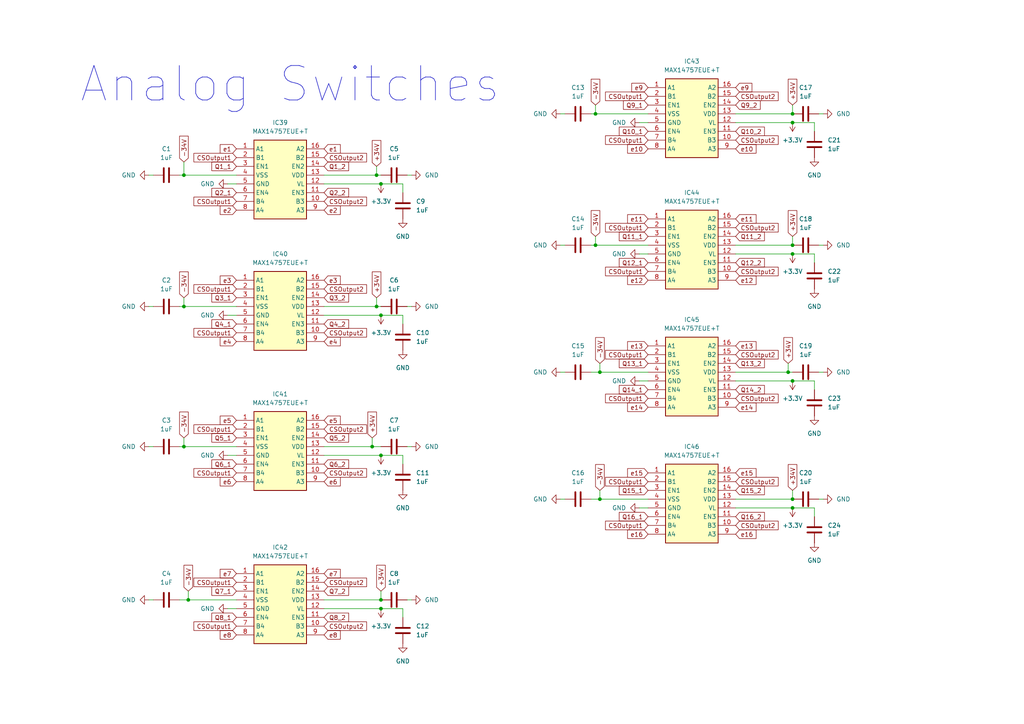
<source format=kicad_sch>
(kicad_sch (version 20230121) (generator eeschema)
  (paper "A4")
  (lib_symbols
    (symbol "Device:C" (pin_numbers hide) (pin_names (offset 0.254))
      (property "Reference" "C" (at 0.635 2.54 0))
      (property "Value" "C" (at 0.635 -2.54 0))
      (symbol "C_0_1"
        (polyline (pts (xy -2.032 -0.762) (xy 2.032 -0.762)) (stroke (width 0.508)))
        (polyline (pts (xy -2.032 0.762) (xy 2.032 0.762)) (stroke (width 0.508)))
      )
      (symbol "C_1_1"
        (pin passive line (at 0 3.81 270) (length 2.794) (name "~") (number "1"))
        (pin passive line (at 0 -3.81 90) (length 2.794) (name "~") (number "2"))
      )
    )
    (symbol "MAX14757EUE+T:MAX14757EUE+T"
      (property "Reference" "IC" (at 21.59 7.62 0))
      (property "Value" "MAX14757EUE+T" (at 21.59 5.08 0))
      (symbol "MAX14757EUE+T_1_1"
        (rectangle (start 5.08 2.54) (end 20.32 -20.32) (stroke (width 0.254)) (fill (type background)))
        (pin passive line (at 0 0 0) (length 5.08) (name "A1") (number "1"))
        (pin passive line (at 25.4 -15.24 180) (length 5.08) (name "B3") (number "10"))
        (pin passive line (at 25.4 -12.7 180) (length 5.08) (name "EN3") (number "11"))
        (pin passive line (at 25.4 -10.16 180) (length 5.08) (name "VL") (number "12"))
        (pin passive line (at 25.4 -7.62 180) (length 5.08) (name "VDD") (number "13"))
        (pin passive line (at 25.4 -5.08 180) (length 5.08) (name "EN2") (number "14"))
        (pin passive line (at 25.4 -2.54 180) (length 5.08) (name "B2") (number "15"))
        (pin passive line (at 25.4 0 180) (length 5.08) (name "A2") (number "16"))
        (pin passive line (at 0 -2.54 0) (length 5.08) (name "B1") (number "2"))
        (pin passive line (at 0 -5.08 0) (length 5.08) (name "EN1") (number "3"))
        (pin passive line (at 0 -7.62 0) (length 5.08) (name "VSS") (number "4"))
        (pin passive line (at 0 -10.16 0) (length 5.08) (name "GND") (number "5"))
        (pin passive line (at 0 -12.7 0) (length 5.08) (name "EN4") (number "6"))
        (pin passive line (at 0 -15.24 0) (length 5.08) (name "B4") (number "7"))
        (pin passive line (at 0 -17.78 0) (length 5.08) (name "A4") (number "8"))
        (pin passive line (at 25.4 -17.78 180) (length 5.08) (name "A3") (number "9"))
      )
    )
    (symbol "power:+3.3V" (power) (pin_names (offset 0))
      (property "Value" "+3.3V" (at 0 3.556 0))
      (symbol "+3.3V_0_1"
        (polyline (pts (xy -0.762 1.27) (xy 0 2.54)))
        (polyline (pts (xy 0 0) (xy 0 2.54)))
        (polyline (pts (xy 0 2.54) (xy 0.762 1.27)))
      )
      (symbol "+3.3V_1_1"
        (pin power_in line (at 0 0 90) (length 0) hide (name "+3.3V") (number "1"))
      )
    )
    (symbol "power:GND" (power) (pin_names (offset 0))
      (property "Value" "GND" (at 0 -3.81 0))
      (symbol "GND_0_1"
        (polyline (pts (xy 0 0) (xy 0 -1.27) (xy 1.27 -1.27) (xy 0 -2.54) (xy -1.27 -1.27) (xy 0 -1.27)))
      )
      (symbol "GND_1_1"
        (pin power_in line (at 0 0 270) (length 0) hide (name "GND") (number "1"))
      )
    )
  )
  (junction (at 229.87 147.32))
  (junction (at 110.49 173.99))
  (junction (at 173.99 107.95))
  (junction (at 110.49 91.44))
  (junction (at 173.99 144.78))
  (junction (at 229.87 73.66))
  (junction (at 109.22 88.9))
  (junction (at 229.87 33.02))
  (junction (at 172.72 71.12))
  (junction (at 229.87 110.49))
  (junction (at 107.95 129.54))
  (junction (at 53.34 50.8))
  (junction (at 110.49 53.34))
  (junction (at 110.49 176.53))
  (junction (at 172.72 33.02))
  (junction (at 110.49 132.08))
  (junction (at 228.6 107.95))
  (junction (at 229.87 144.78))
  (junction (at 229.87 35.56))
  (junction (at 54.61 173.99))
  (junction (at 109.22 50.8))
  (junction (at 53.34 129.54))
  (junction (at 229.87 71.12))
  (junction (at 53.34 88.9))
  (wire (pts (xy 66.04 132.08) (xy 68.58 132.08)))
  (wire (pts (xy 213.36 71.12) (xy 229.87 71.12)))
  (wire (pts (xy 110.49 132.08) (xy 116.84 132.08)))
  (wire (pts (xy 93.98 91.44) (xy 110.49 91.44)))
  (wire (pts (xy 173.99 142.24) (xy 173.99 144.78)))
  (wire (pts (xy 54.61 173.99) (xy 68.58 173.99)))
  (wire (pts (xy 116.84 176.53) (xy 116.84 179.07)))
  (wire (pts (xy 93.98 173.99) (xy 110.49 173.99)))
  (wire (pts (xy 238.76 107.95) (xy 237.49 107.95)))
  (wire (pts (xy 162.56 33.02) (xy 163.83 33.02)))
  (wire (pts (xy 173.99 105.41) (xy 173.99 107.95)))
  (wire (pts (xy 66.04 91.44) (xy 68.58 91.44)))
  (wire (pts (xy 93.98 132.08) (xy 110.49 132.08)))
  (wire (pts (xy 236.22 147.32) (xy 236.22 149.86)))
  (wire (pts (xy 53.34 46.99) (xy 53.34 50.8)))
  (wire (pts (xy 110.49 176.53) (xy 116.84 176.53)))
  (wire (pts (xy 43.18 50.8) (xy 44.45 50.8)))
  (wire (pts (xy 53.34 88.9) (xy 68.58 88.9)))
  (wire (pts (xy 116.84 91.44) (xy 116.84 93.98)))
  (wire (pts (xy 185.42 110.49) (xy 187.96 110.49)))
  (wire (pts (xy 172.72 68.58) (xy 172.72 71.12)))
  (wire (pts (xy 213.36 73.66) (xy 229.87 73.66)))
  (wire (pts (xy 107.95 127) (xy 107.95 129.54)))
  (wire (pts (xy 52.07 173.99) (xy 54.61 173.99)))
  (wire (pts (xy 162.56 71.12) (xy 163.83 71.12)))
  (wire (pts (xy 116.84 132.08) (xy 116.84 134.62)))
  (wire (pts (xy 53.34 86.36) (xy 53.34 88.9)))
  (wire (pts (xy 109.22 86.36) (xy 109.22 88.9)))
  (wire (pts (xy 172.72 71.12) (xy 187.96 71.12)))
  (wire (pts (xy 43.18 88.9) (xy 44.45 88.9)))
  (wire (pts (xy 213.36 110.49) (xy 229.87 110.49)))
  (wire (pts (xy 229.87 142.24) (xy 229.87 144.78)))
  (wire (pts (xy 236.22 73.66) (xy 236.22 76.2)))
  (wire (pts (xy 185.42 35.56) (xy 187.96 35.56)))
  (wire (pts (xy 171.45 71.12) (xy 172.72 71.12)))
  (wire (pts (xy 229.87 68.58) (xy 229.87 71.12)))
  (wire (pts (xy 52.07 129.54) (xy 53.34 129.54)))
  (wire (pts (xy 93.98 176.53) (xy 110.49 176.53)))
  (wire (pts (xy 229.87 35.56) (xy 236.22 35.56)))
  (wire (pts (xy 110.49 171.45) (xy 110.49 173.99)))
  (wire (pts (xy 172.72 33.02) (xy 187.96 33.02)))
  (wire (pts (xy 53.34 127) (xy 53.34 129.54)))
  (wire (pts (xy 229.87 73.66) (xy 236.22 73.66)))
  (wire (pts (xy 171.45 33.02) (xy 172.72 33.02)))
  (wire (pts (xy 185.42 73.66) (xy 187.96 73.66)))
  (wire (pts (xy 109.22 50.8) (xy 110.49 50.8)))
  (wire (pts (xy 53.34 129.54) (xy 68.58 129.54)))
  (wire (pts (xy 229.87 30.48) (xy 229.87 33.02)))
  (wire (pts (xy 213.36 147.32) (xy 229.87 147.32)))
  (wire (pts (xy 172.72 30.48) (xy 172.72 33.02)))
  (wire (pts (xy 238.76 71.12) (xy 237.49 71.12)))
  (wire (pts (xy 229.87 147.32) (xy 236.22 147.32)))
  (wire (pts (xy 53.34 50.8) (xy 68.58 50.8)))
  (wire (pts (xy 238.76 144.78) (xy 237.49 144.78)))
  (wire (pts (xy 228.6 107.95) (xy 229.87 107.95)))
  (wire (pts (xy 162.56 107.95) (xy 163.83 107.95)))
  (wire (pts (xy 52.07 50.8) (xy 53.34 50.8)))
  (wire (pts (xy 93.98 88.9) (xy 109.22 88.9)))
  (wire (pts (xy 116.84 53.34) (xy 116.84 55.88)))
  (wire (pts (xy 171.45 144.78) (xy 173.99 144.78)))
  (wire (pts (xy 236.22 35.56) (xy 236.22 38.1)))
  (wire (pts (xy 54.61 171.45) (xy 54.61 173.99)))
  (wire (pts (xy 66.04 53.34) (xy 68.58 53.34)))
  (wire (pts (xy 52.07 88.9) (xy 53.34 88.9)))
  (wire (pts (xy 185.42 147.32) (xy 187.96 147.32)))
  (wire (pts (xy 213.36 144.78) (xy 229.87 144.78)))
  (wire (pts (xy 213.36 107.95) (xy 228.6 107.95)))
  (wire (pts (xy 66.04 176.53) (xy 68.58 176.53)))
  (wire (pts (xy 213.36 33.02) (xy 229.87 33.02)))
  (wire (pts (xy 119.38 50.8) (xy 118.11 50.8)))
  (wire (pts (xy 109.22 48.26) (xy 109.22 50.8)))
  (wire (pts (xy 93.98 129.54) (xy 107.95 129.54)))
  (wire (pts (xy 119.38 88.9) (xy 118.11 88.9)))
  (wire (pts (xy 119.38 173.99) (xy 118.11 173.99)))
  (wire (pts (xy 236.22 110.49) (xy 236.22 113.03)))
  (wire (pts (xy 229.87 110.49) (xy 236.22 110.49)))
  (wire (pts (xy 93.98 50.8) (xy 109.22 50.8)))
  (wire (pts (xy 93.98 53.34) (xy 110.49 53.34)))
  (wire (pts (xy 119.38 129.54) (xy 118.11 129.54)))
  (wire (pts (xy 43.18 173.99) (xy 44.45 173.99)))
  (wire (pts (xy 213.36 35.56) (xy 229.87 35.56)))
  (wire (pts (xy 173.99 107.95) (xy 187.96 107.95)))
  (wire (pts (xy 171.45 107.95) (xy 173.99 107.95)))
  (wire (pts (xy 107.95 129.54) (xy 110.49 129.54)))
  (wire (pts (xy 173.99 144.78) (xy 187.96 144.78)))
  (wire (pts (xy 162.56 144.78) (xy 163.83 144.78)))
  (wire (pts (xy 110.49 91.44) (xy 116.84 91.44)))
  (wire (pts (xy 43.18 129.54) (xy 44.45 129.54)))
  (wire (pts (xy 228.6 105.41) (xy 228.6 107.95)))
  (wire (pts (xy 109.22 88.9) (xy 110.49 88.9)))
  (wire (pts (xy 238.76 33.02) (xy 237.49 33.02)))
  (wire (pts (xy 110.49 53.34) (xy 116.84 53.34)))
  (text "Analog Switches" (at 22.86 30.48 0) (effects (font (size 10 10)) (justify left bottom)))
  (global_label "e8" (shape input) (at 68.58 184.15 180) (property "Intersheetrefs" "${INTERSHEET_REFS}" (effects hide)))
  (global_label "+34V" (shape input) (at 229.87 30.48 90) (property "Intersheetrefs" "${INTERSHEET_REFS}" (effects hide)))
  (global_label "e11" (shape input) (at 187.96 63.5 180) (property "Intersheetrefs" "${INTERSHEET_REFS}" (effects hide)))
  (global_label "Q4_2" (shape input) (at 93.98 93.98 0) (property "Intersheetrefs" "${INTERSHEET_REFS}" (effects hide)))
  (global_label "CSOutput2" (shape input) (at 213.36 40.64 0) (property "Intersheetrefs" "${INTERSHEET_REFS}" (effects hide)))
  (global_label "+34V" (shape input) (at 109.22 86.36 90) (property "Intersheetrefs" "${INTERSHEET_REFS}" (effects hide)))
  (global_label "Q4_1" (shape input) (at 68.58 93.98 180) (property "Intersheetrefs" "${INTERSHEET_REFS}" (effects hide)))
  (global_label "CSOutput2" (shape input) (at 93.98 124.46 0) (property "Intersheetrefs" "${INTERSHEET_REFS}" (effects hide)))
  (global_label "Q10_2" (shape input) (at 213.36 38.1 0) (property "Intersheetrefs" "${INTERSHEET_REFS}" (effects hide)))
  (global_label "CSOutput2" (shape input) (at 213.36 78.74 0) (property "Intersheetrefs" "${INTERSHEET_REFS}" (effects hide)))
  (global_label "e1" (shape input) (at 93.98 43.18 0) (property "Intersheetrefs" "${INTERSHEET_REFS}" (effects hide)))
  (global_label "e16" (shape input) (at 213.36 154.94 0) (property "Intersheetrefs" "${INTERSHEET_REFS}" (effects hide)))
  (global_label "-34V" (shape input) (at 173.99 105.41 90) (property "Intersheetrefs" "${INTERSHEET_REFS}" (effects hide)))
  (global_label "CSOutput1" (shape input) (at 68.58 124.46 180) (property "Intersheetrefs" "${INTERSHEET_REFS}" (effects hide)))
  (global_label "e13" (shape input) (at 187.96 100.33 180) (property "Intersheetrefs" "${INTERSHEET_REFS}" (effects hide)))
  (global_label "Q2_2" (shape input) (at 93.98 55.88 0) (property "Intersheetrefs" "${INTERSHEET_REFS}" (effects hide)))
  (global_label "e12" (shape input) (at 187.96 81.28 180) (property "Intersheetrefs" "${INTERSHEET_REFS}" (effects hide)))
  (global_label "Q7_1" (shape input) (at 68.58 171.45 180) (property "Intersheetrefs" "${INTERSHEET_REFS}" (effects hide)))
  (global_label "e13" (shape input) (at 213.36 100.33 0) (property "Intersheetrefs" "${INTERSHEET_REFS}" (effects hide)))
  (global_label "CSOutput1" (shape input) (at 68.58 137.16 180) (property "Intersheetrefs" "${INTERSHEET_REFS}" (effects hide)))
  (global_label "e6" (shape input) (at 93.98 139.7 0) (property "Intersheetrefs" "${INTERSHEET_REFS}" (effects hide)))
  (global_label "CSOutput2" (shape input) (at 213.36 27.94 0) (property "Intersheetrefs" "${INTERSHEET_REFS}" (effects hide)))
  (global_label "Q16_1" (shape input) (at 187.96 149.86 180) (property "Intersheetrefs" "${INTERSHEET_REFS}" (effects hide)))
  (global_label "CSOutput2" (shape input) (at 93.98 181.61 0) (property "Intersheetrefs" "${INTERSHEET_REFS}" (effects hide)))
  (global_label "Q12_2" (shape input) (at 213.36 76.2 0) (property "Intersheetrefs" "${INTERSHEET_REFS}" (effects hide)))
  (global_label "+34V" (shape input) (at 107.95 127 90) (property "Intersheetrefs" "${INTERSHEET_REFS}" (effects hide)))
  (global_label "-34V" (shape input) (at 53.34 86.36 90) (property "Intersheetrefs" "${INTERSHEET_REFS}" (effects hide)))
  (global_label "CSOutput1" (shape input) (at 68.58 58.42 180) (property "Intersheetrefs" "${INTERSHEET_REFS}" (effects hide)))
  (global_label "Q1_1" (shape input) (at 68.58 48.26 180) (property "Intersheetrefs" "${INTERSHEET_REFS}" (effects hide)))
  (global_label "Q13_1" (shape input) (at 187.96 105.41 180) (property "Intersheetrefs" "${INTERSHEET_REFS}" (effects hide)))
  (global_label "+34V" (shape input) (at 109.22 48.26 90) (property "Intersheetrefs" "${INTERSHEET_REFS}" (effects hide)))
  (global_label "Q3_1" (shape input) (at 68.58 86.36 180) (property "Intersheetrefs" "${INTERSHEET_REFS}" (effects hide)))
  (global_label "e14" (shape input) (at 187.96 118.11 180) (property "Intersheetrefs" "${INTERSHEET_REFS}" (effects hide)))
  (global_label "CSOutput1" (shape input) (at 68.58 181.61 180) (property "Intersheetrefs" "${INTERSHEET_REFS}" (effects hide)))
  (global_label "Q10_1" (shape input) (at 187.96 38.1 180) (property "Intersheetrefs" "${INTERSHEET_REFS}" (effects hide)))
  (global_label "Q11_1" (shape input) (at 187.96 68.58 180) (property "Intersheetrefs" "${INTERSHEET_REFS}" (effects hide)))
  (global_label "Q7_2" (shape input) (at 93.98 171.45 0) (property "Intersheetrefs" "${INTERSHEET_REFS}" (effects hide)))
  (global_label "CSOutput1" (shape input) (at 68.58 83.82 180) (property "Intersheetrefs" "${INTERSHEET_REFS}" (effects hide)))
  (global_label "e15" (shape input) (at 213.36 137.16 0) (property "Intersheetrefs" "${INTERSHEET_REFS}" (effects hide)))
  (global_label "-34V" (shape input) (at 53.34 127 90) (property "Intersheetrefs" "${INTERSHEET_REFS}" (effects hide)))
  (global_label "CSOutput2" (shape input) (at 213.36 152.4 0) (property "Intersheetrefs" "${INTERSHEET_REFS}" (effects hide)))
  (global_label "e10" (shape input) (at 187.96 43.18 180) (property "Intersheetrefs" "${INTERSHEET_REFS}" (effects hide)))
  (global_label "Q8_1" (shape input) (at 68.58 179.07 180) (property "Intersheetrefs" "${INTERSHEET_REFS}" (effects hide)))
  (global_label "Q15_2" (shape input) (at 213.36 142.24 0) (property "Intersheetrefs" "${INTERSHEET_REFS}" (effects hide)))
  (global_label "-34V" (shape input) (at 173.99 142.24 90) (property "Intersheetrefs" "${INTERSHEET_REFS}" (effects hide)))
  (global_label "CSOutput2" (shape input) (at 93.98 96.52 0) (property "Intersheetrefs" "${INTERSHEET_REFS}" (effects hide)))
  (global_label "Q8_2" (shape input) (at 93.98 179.07 0) (property "Intersheetrefs" "${INTERSHEET_REFS}" (effects hide)))
  (global_label "CSOutput1" (shape input) (at 187.96 78.74 180) (property "Intersheetrefs" "${INTERSHEET_REFS}" (effects hide)))
  (global_label "e3" (shape input) (at 93.98 81.28 0) (property "Intersheetrefs" "${INTERSHEET_REFS}" (effects hide)))
  (global_label "Q1_2" (shape input) (at 93.98 48.26 0) (property "Intersheetrefs" "${INTERSHEET_REFS}" (effects hide)))
  (global_label "Q9_1" (shape input) (at 187.96 30.48 180) (property "Intersheetrefs" "${INTERSHEET_REFS}" (effects hide)))
  (global_label "CSOutput1" (shape input) (at 68.58 168.91 180) (property "Intersheetrefs" "${INTERSHEET_REFS}" (effects hide)))
  (global_label "e3" (shape input) (at 68.58 81.28 180) (property "Intersheetrefs" "${INTERSHEET_REFS}" (effects hide)))
  (global_label "Q15_1" (shape input) (at 187.96 142.24 180) (property "Intersheetrefs" "${INTERSHEET_REFS}" (effects hide)))
  (global_label "Q5_2" (shape input) (at 93.98 127 0) (property "Intersheetrefs" "${INTERSHEET_REFS}" (effects hide)))
  (global_label "CSOutput2" (shape input) (at 213.36 115.57 0) (property "Intersheetrefs" "${INTERSHEET_REFS}" (effects hide)))
  (global_label "CSOutput1" (shape input) (at 187.96 115.57 180) (property "Intersheetrefs" "${INTERSHEET_REFS}" (effects hide)))
  (global_label "CSOutput2" (shape input) (at 93.98 45.72 0) (property "Intersheetrefs" "${INTERSHEET_REFS}" (effects hide)))
  (global_label "e9" (shape input) (at 187.96 25.4 180) (property "Intersheetrefs" "${INTERSHEET_REFS}" (effects hide)))
  (global_label "Q12_1" (shape input) (at 187.96 76.2 180) (property "Intersheetrefs" "${INTERSHEET_REFS}" (effects hide)))
  (global_label "CSOutput1" (shape input) (at 187.96 152.4 180) (property "Intersheetrefs" "${INTERSHEET_REFS}" (effects hide)))
  (global_label "e10" (shape input) (at 213.36 43.18 0) (property "Intersheetrefs" "${INTERSHEET_REFS}" (effects hide)))
  (global_label "Q6_1" (shape input) (at 68.58 134.62 180) (property "Intersheetrefs" "${INTERSHEET_REFS}" (effects hide)))
  (global_label "e6" (shape input) (at 68.58 139.7 180) (property "Intersheetrefs" "${INTERSHEET_REFS}" (effects hide)))
  (global_label "-34V" (shape input) (at 53.34 46.99 90) (property "Intersheetrefs" "${INTERSHEET_REFS}" (effects hide)))
  (global_label "e4" (shape input) (at 93.98 99.06 0) (property "Intersheetrefs" "${INTERSHEET_REFS}" (effects hide)))
  (global_label "e8" (shape input) (at 93.98 184.15 0) (property "Intersheetrefs" "${INTERSHEET_REFS}" (effects hide)))
  (global_label "CSOutput1" (shape input) (at 187.96 27.94 180) (property "Intersheetrefs" "${INTERSHEET_REFS}" (effects hide)))
  (global_label "CSOutput1" (shape input) (at 187.96 40.64 180) (property "Intersheetrefs" "${INTERSHEET_REFS}" (effects hide)))
  (global_label "e7" (shape input) (at 93.98 166.37 0) (property "Intersheetrefs" "${INTERSHEET_REFS}" (effects hide)))
  (global_label "CSOutput2" (shape input) (at 213.36 102.87 0) (property "Intersheetrefs" "${INTERSHEET_REFS}" (effects hide)))
  (global_label "Q3_2" (shape input) (at 93.98 86.36 0) (property "Intersheetrefs" "${INTERSHEET_REFS}" (effects hide)))
  (global_label "CSOutput2" (shape input) (at 93.98 83.82 0) (property "Intersheetrefs" "${INTERSHEET_REFS}" (effects hide)))
  (global_label "e11" (shape input) (at 213.36 63.5 0) (property "Intersheetrefs" "${INTERSHEET_REFS}" (effects hide)))
  (global_label "e15" (shape input) (at 187.96 137.16 180) (property "Intersheetrefs" "${INTERSHEET_REFS}" (effects hide)))
  (global_label "CSOutput2" (shape input) (at 93.98 137.16 0) (property "Intersheetrefs" "${INTERSHEET_REFS}" (effects hide)))
  (global_label "e2" (shape input) (at 68.58 60.96 180) (property "Intersheetrefs" "${INTERSHEET_REFS}" (effects hide)))
  (global_label "-34V" (shape input) (at 54.61 171.45 90) (property "Intersheetrefs" "${INTERSHEET_REFS}" (effects hide)))
  (global_label "CSOutput2" (shape input) (at 213.36 66.04 0) (property "Intersheetrefs" "${INTERSHEET_REFS}" (effects hide)))
  (global_label "CSOutput1" (shape input) (at 68.58 45.72 180) (property "Intersheetrefs" "${INTERSHEET_REFS}" (effects hide)))
  (global_label "e2" (shape input) (at 93.98 60.96 0) (property "Intersheetrefs" "${INTERSHEET_REFS}" (effects hide)))
  (global_label "Q14_1" (shape input) (at 187.96 113.03 180) (property "Intersheetrefs" "${INTERSHEET_REFS}" (effects hide)))
  (global_label "Q2_1" (shape input) (at 68.58 55.88 180) (property "Intersheetrefs" "${INTERSHEET_REFS}" (effects hide)))
  (global_label "CSOutput1" (shape input) (at 187.96 66.04 180) (property "Intersheetrefs" "${INTERSHEET_REFS}" (effects hide)))
  (global_label "CSOutput2" (shape input) (at 93.98 58.42 0) (property "Intersheetrefs" "${INTERSHEET_REFS}" (effects hide)))
  (global_label "-34V" (shape input) (at 172.72 30.48 90) (property "Intersheetrefs" "${INTERSHEET_REFS}" (effects hide)))
  (global_label "e5" (shape input) (at 93.98 121.92 0) (property "Intersheetrefs" "${INTERSHEET_REFS}" (effects hide)))
  (global_label "e4" (shape input) (at 68.58 99.06 180) (property "Intersheetrefs" "${INTERSHEET_REFS}" (effects hide)))
  (global_label "Q13_2" (shape input) (at 213.36 105.41 0) (property "Intersheetrefs" "${INTERSHEET_REFS}" (effects hide)))
  (global_label "Q9_2" (shape input) (at 213.36 30.48 0) (property "Intersheetrefs" "${INTERSHEET_REFS}" (effects hide)))
  (global_label "+34V" (shape input) (at 229.87 68.58 90) (property "Intersheetrefs" "${INTERSHEET_REFS}" (effects hide)))
  (global_label "e14" (shape input) (at 213.36 118.11 0) (property "Intersheetrefs" "${INTERSHEET_REFS}" (effects hide)))
  (global_label "e1" (shape input) (at 68.58 43.18 180) (property "Intersheetrefs" "${INTERSHEET_REFS}" (effects hide)))
  (global_label "+34V" (shape input) (at 229.87 142.24 90) (property "Intersheetrefs" "${INTERSHEET_REFS}" (effects hide)))
  (global_label "+34V" (shape input) (at 228.6 105.41 90) (property "Intersheetrefs" "${INTERSHEET_REFS}" (effects hide)))
  (global_label "e5" (shape input) (at 68.58 121.92 180) (property "Intersheetrefs" "${INTERSHEET_REFS}" (effects hide)))
  (global_label "Q14_2" (shape input) (at 213.36 113.03 0) (property "Intersheetrefs" "${INTERSHEET_REFS}" (effects hide)))
  (global_label "+34V" (shape input) (at 110.49 171.45 90) (property "Intersheetrefs" "${INTERSHEET_REFS}" (effects hide)))
  (global_label "CSOutput2" (shape input) (at 213.36 139.7 0) (property "Intersheetrefs" "${INTERSHEET_REFS}" (effects hide)))
  (global_label "e16" (shape input) (at 187.96 154.94 180) (property "Intersheetrefs" "${INTERSHEET_REFS}" (effects hide)))
  (global_label "Q11_2" (shape input) (at 213.36 68.58 0) (property "Intersheetrefs" "${INTERSHEET_REFS}" (effects hide)))
  (global_label "Q6_2" (shape input) (at 93.98 134.62 0) (property "Intersheetrefs" "${INTERSHEET_REFS}" (effects hide)))
  (global_label "e12" (shape input) (at 213.36 81.28 0) (property "Intersheetrefs" "${INTERSHEET_REFS}" (effects hide)))
  (global_label "-34V" (shape input) (at 172.72 68.58 90) (property "Intersheetrefs" "${INTERSHEET_REFS}" (effects hide)))
  (global_label "Q16_2" (shape input) (at 213.36 149.86 0) (property "Intersheetrefs" "${INTERSHEET_REFS}" (effects hide)))
  (global_label "CSOutput1" (shape input) (at 187.96 102.87 180) (property "Intersheetrefs" "${INTERSHEET_REFS}" (effects hide)))
  (global_label "e7" (shape input) (at 68.58 166.37 180) (property "Intersheetrefs" "${INTERSHEET_REFS}" (effects hide)))
  (global_label "Q5_1" (shape input) (at 68.58 127 180) (property "Intersheetrefs" "${INTERSHEET_REFS}" (effects hide)))
  (global_label "CSOutput1" (shape input) (at 68.58 96.52 180) (property "Intersheetrefs" "${INTERSHEET_REFS}" (effects hide)))
  (global_label "e9" (shape input) (at 213.36 25.4 0) (property "Intersheetrefs" "${INTERSHEET_REFS}" (effects hide)))
  (global_label "CSOutput2" (shape input) (at 93.98 168.91 0) (property "Intersheetrefs" "${INTERSHEET_REFS}" (effects hide)))
  (global_label "CSOutput1" (shape input) (at 187.96 139.7 180) (property "Intersheetrefs" "${INTERSHEET_REFS}" (effects hide)))
  (symbol (lib_id "power:GND") (at 185.42 147.32 270) (unit 1)
    (property "Reference" "#PWR0144" (effects hide))
    (property "Value" "GND" (at 181.61 147.32 90) (effects (justify right)))
  )
  (symbol (lib_id "Device:C") (at 233.68 33.02 90) (unit 1)
    (property "Reference" "C17" (at 233.68 25.4 90))
    (property "Value" "1uF" (at 233.68 27.94 90))
    (property "Footprint" "Capacitor_SMD:C_0805_2012Metric" (effects hide))
  )
  (symbol (lib_id "Device:C") (at 236.22 153.67 0) (unit 1)
    (property "Reference" "C24" (at 240.03 152.4 0) (effects (justify left)))
    (property "Value" "1uF" (at 240.03 154.94 0) (effects (justify left)))
    (property "Footprint" "Capacitor_SMD:C_0805_2012Metric" (effects hide))
  )
  (symbol (lib_id "power:GND") (at 116.84 101.6 0) (unit 1)
    (property "Reference" "#PWR0130" (effects hide))
    (property "Value" "GND" (at 116.84 106.68 0))
  )
  (symbol (lib_id "Device:C") (at 236.22 116.84 0) (unit 1)
    (property "Reference" "C23" (at 240.03 115.57 0) (effects (justify left)))
    (property "Value" "1uF" (at 240.03 118.11 0) (effects (justify left)))
    (property "Footprint" "Capacitor_SMD:C_0805_2012Metric" (effects hide))
  )
  (symbol (lib_id "Device:C") (at 167.64 33.02 270) (unit 1)
    (property "Reference" "C13" (at 167.64 25.4 90))
    (property "Value" "1uF" (at 167.64 27.94 90))
    (property "Footprint" "Capacitor_SMD:C_0805_2012Metric" (effects hide))
  )
  (symbol (lib_id "power:+3.3V") (at 110.49 53.34 180) (unit 1)
    (property "Reference" "#PWR0125" (effects hide))
    (property "Value" "+3.3V" (at 110.49 58.42 0))
  )
  (symbol (lib_id "power:+3.3V") (at 229.87 147.32 180) (unit 1)
    (property "Reference" "#PWR0148" (effects hide))
    (property "Value" "+3.3V" (at 229.87 152.4 0))
  )
  (symbol (lib_id "Device:C") (at 114.3 50.8 90) (unit 1)
    (property "Reference" "C5" (at 114.3 43.18 90))
    (property "Value" "1uF" (at 114.3 45.72 90))
    (property "Footprint" "Capacitor_SMD:C_0805_2012Metric" (effects hide))
  )
  (symbol (lib_id "power:GND") (at 236.22 157.48 0) (unit 1)
    (property "Reference" "#PWR0152" (effects hide))
    (property "Value" "GND" (at 236.22 162.56 0))
  )
  (symbol (lib_id "power:GND") (at 119.38 129.54 90) (unit 1)
    (property "Reference" "#PWR0135" (effects hide))
    (property "Value" "GND" (at 123.19 129.54 90) (effects (justify right)))
  )
  (symbol (lib_id "power:GND") (at 66.04 91.44 270) (unit 1)
    (property "Reference" "#PWR0122" (effects hide))
    (property "Value" "GND" (at 62.23 91.44 90) (effects (justify right)))
  )
  (symbol (lib_id "power:GND") (at 43.18 129.54 270) (unit 1)
    (property "Reference" "#PWR0119" (effects hide))
    (property "Value" "GND" (at 39.37 129.54 90) (effects (justify right)))
  )
  (symbol (lib_id "power:GND") (at 43.18 50.8 270) (unit 1)
    (property "Reference" "#PWR0117" (effects hide))
    (property "Value" "GND" (at 39.37 50.8 90) (effects (justify right)))
  )
  (symbol (lib_id "power:GND") (at 119.38 88.9 90) (unit 1)
    (property "Reference" "#PWR0134" (effects hide))
    (property "Value" "GND" (at 123.19 88.9 90) (effects (justify right)))
  )
  (symbol (lib_id "power:GND") (at 116.84 142.24 0) (unit 1)
    (property "Reference" "#PWR0131" (effects hide))
    (property "Value" "GND" (at 116.84 147.32 0))
  )
  (symbol (lib_id "power:+3.3V") (at 229.87 110.49 180) (unit 1)
    (property "Reference" "#PWR0147" (effects hide))
    (property "Value" "+3.3V" (at 229.87 115.57 0))
  )
  (symbol (lib_id "power:GND") (at 185.42 35.56 270) (unit 1)
    (property "Reference" "#PWR0141" (effects hide))
    (property "Value" "GND" (at 181.61 35.56 90) (effects (justify right)))
  )
  (symbol (lib_id "Device:C") (at 116.84 182.88 0) (unit 1)
    (property "Reference" "C12" (at 120.65 181.61 0) (effects (justify left)))
    (property "Value" "1uF" (at 120.65 184.15 0) (effects (justify left)))
    (property "Footprint" "Capacitor_SMD:C_0805_2012Metric" (effects hide))
  )
  (symbol (lib_id "power:GND") (at 119.38 173.99 90) (unit 1)
    (property "Reference" "#PWR0136" (effects hide))
    (property "Value" "GND" (at 123.19 173.99 90) (effects (justify right)))
  )
  (symbol (lib_id "power:+3.3V") (at 229.87 35.56 180) (unit 1)
    (property "Reference" "#PWR0145" (effects hide))
    (property "Value" "+3.3V" (at 229.87 40.64 0))
  )
  (symbol (lib_id "MAX14757EUE+T:MAX14757EUE+T") (at 68.58 81.28 0) (unit 1)
    (property "Reference" "IC40" (at 81.28 73.66 0))
    (property "Value" "MAX14757EUE+T" (at 81.28 76.2 0))
    (property "Footprint" "max14757eue:SOP65P640X110-16N" (effects hide))
    (property "Datasheet" "https://datasheets.maximintegrated.com/en/ds/MAX14756-MAX14758.pdf" (effects hide))
    (property "Height" "1.1" (effects hide))
    (property "Mouser Part Number" "700-MAX14757EUE+T" (effects hide))
    (property "Mouser Price/Stock" "https://www.mouser.co.uk/ProductDetail/Analog-Devices-Maxim-Integrated/MAX14757EUE%2bT?qs=tT6YvvQkxsyGH%2F%2FLSPFCfQ%3D%3D" (effects hide))
    (property "Manufacturer_Name" "Analog Devices" (effects hide))
    (property "Manufacturer_Part_Number" "MAX14757EUE+T" (effects hide))
  )
  (symbol (lib_id "power:GND") (at 162.56 71.12 270) (unit 1)
    (property "Reference" "#PWR0138" (effects hide))
    (property "Value" "GND" (at 158.75 71.12 90) (effects (justify right)))
  )
  (symbol (lib_id "power:GND") (at 66.04 132.08 270) (unit 1)
    (property "Reference" "#PWR0123" (effects hide))
    (property "Value" "GND" (at 62.23 132.08 90) (effects (justify right)))
  )
  (symbol (lib_id "Device:C") (at 48.26 50.8 270) (unit 1)
    (property "Reference" "C1" (at 48.26 43.18 90))
    (property "Value" "1uF" (at 48.26 45.72 90))
    (property "Footprint" "Capacitor_SMD:C_0805_2012Metric" (effects hide))
  )
  (symbol (lib_id "power:+3.3V") (at 229.87 73.66 180) (unit 1)
    (property "Reference" "#PWR0146" (effects hide))
    (property "Value" "+3.3V" (at 229.87 78.74 0))
  )
  (symbol (lib_id "Device:C") (at 233.68 144.78 90) (unit 1)
    (property "Reference" "C20" (at 233.68 137.16 90))
    (property "Value" "1uF" (at 233.68 139.7 90))
    (property "Footprint" "Capacitor_SMD:C_0805_2012Metric" (effects hide))
  )
  (symbol (lib_id "power:GND") (at 43.18 88.9 270) (unit 1)
    (property "Reference" "#PWR0118" (effects hide))
    (property "Value" "GND" (at 39.37 88.9 90) (effects (justify right)))
  )
  (symbol (lib_id "power:GND") (at 238.76 71.12 90) (unit 1)
    (property "Reference" "#PWR0154" (effects hide))
    (property "Value" "GND" (at 242.57 71.12 90) (effects (justify right)))
  )
  (symbol (lib_id "Device:C") (at 116.84 97.79 0) (unit 1)
    (property "Reference" "C10" (at 120.65 96.52 0) (effects (justify left)))
    (property "Value" "1uF" (at 120.65 99.06 0) (effects (justify left)))
    (property "Footprint" "Capacitor_SMD:C_0805_2012Metric" (effects hide))
  )
  (symbol (lib_id "power:GND") (at 66.04 176.53 270) (unit 1)
    (property "Reference" "#PWR0124" (effects hide))
    (property "Value" "GND" (at 62.23 176.53 90) (effects (justify right)))
  )
  (symbol (lib_id "Device:C") (at 48.26 129.54 270) (unit 1)
    (property "Reference" "C3" (at 48.26 121.92 90))
    (property "Value" "1uF" (at 48.26 124.46 90))
    (property "Footprint" "Capacitor_SMD:C_0805_2012Metric" (effects hide))
  )
  (symbol (lib_id "power:GND") (at 116.84 186.69 0) (unit 1)
    (property "Reference" "#PWR0132" (effects hide))
    (property "Value" "GND" (at 116.84 191.77 0))
  )
  (symbol (lib_id "MAX14757EUE+T:MAX14757EUE+T") (at 187.96 137.16 0) (unit 1)
    (property "Reference" "IC46" (at 200.66 129.54 0))
    (property "Value" "MAX14757EUE+T" (at 200.66 132.08 0))
    (property "Footprint" "max14757eue:SOP65P640X110-16N" (effects hide))
    (property "Datasheet" "https://datasheets.maximintegrated.com/en/ds/MAX14756-MAX14758.pdf" (effects hide))
    (property "Height" "1.1" (effects hide))
    (property "Mouser Part Number" "700-MAX14757EUE+T" (effects hide))
    (property "Mouser Price/Stock" "https://www.mouser.co.uk/ProductDetail/Analog-Devices-Maxim-Integrated/MAX14757EUE%2bT?qs=tT6YvvQkxsyGH%2F%2FLSPFCfQ%3D%3D" (effects hide))
    (property "Manufacturer_Name" "Analog Devices" (effects hide))
    (property "Manufacturer_Part_Number" "MAX14757EUE+T" (effects hide))
  )
  (symbol (lib_id "power:GND") (at 162.56 144.78 270) (unit 1)
    (property "Reference" "#PWR0140" (effects hide))
    (property "Value" "GND" (at 158.75 144.78 90) (effects (justify right)))
  )
  (symbol (lib_id "power:GND") (at 236.22 83.82 0) (unit 1)
    (property "Reference" "#PWR0150" (effects hide))
    (property "Value" "GND" (at 236.22 88.9 0))
  )
  (symbol (lib_id "power:GND") (at 185.42 110.49 270) (unit 1)
    (property "Reference" "#PWR0143" (effects hide))
    (property "Value" "GND" (at 181.61 110.49 90) (effects (justify right)))
  )
  (symbol (lib_id "MAX14757EUE+T:MAX14757EUE+T") (at 187.96 100.33 0) (unit 1)
    (property "Reference" "IC45" (at 200.66 92.71 0))
    (property "Value" "MAX14757EUE+T" (at 200.66 95.25 0))
    (property "Footprint" "max14757eue:SOP65P640X110-16N" (effects hide))
    (property "Datasheet" "https://datasheets.maximintegrated.com/en/ds/MAX14756-MAX14758.pdf" (effects hide))
    (property "Height" "1.1" (effects hide))
    (property "Mouser Part Number" "700-MAX14757EUE+T" (effects hide))
    (property "Mouser Price/Stock" "https://www.mouser.co.uk/ProductDetail/Analog-Devices-Maxim-Integrated/MAX14757EUE%2bT?qs=tT6YvvQkxsyGH%2F%2FLSPFCfQ%3D%3D" (effects hide))
    (property "Manufacturer_Name" "Analog Devices" (effects hide))
    (property "Manufacturer_Part_Number" "MAX14757EUE+T" (effects hide))
  )
  (symbol (lib_id "power:GND") (at 236.22 45.72 0) (unit 1)
    (property "Reference" "#PWR0149" (effects hide))
    (property "Value" "GND" (at 236.22 50.8 0))
  )
  (symbol (lib_id "power:+3.3V") (at 110.49 91.44 180) (unit 1)
    (property "Reference" "#PWR0126" (effects hide))
    (property "Value" "+3.3V" (at 110.49 96.52 0))
  )
  (symbol (lib_id "power:+3.3V") (at 110.49 176.53 180) (unit 1)
    (property "Reference" "#PWR0128" (effects hide))
    (property "Value" "+3.3V" (at 110.49 181.61 0))
  )
  (symbol (lib_id "Device:C") (at 167.64 107.95 270) (unit 1)
    (property "Reference" "C15" (at 167.64 100.33 90))
    (property "Value" "1uF" (at 167.64 102.87 90))
    (property "Footprint" "Capacitor_SMD:C_0805_2012Metric" (effects hide))
  )
  (symbol (lib_id "MAX14757EUE+T:MAX14757EUE+T") (at 68.58 121.92 0) (unit 1)
    (property "Reference" "IC41" (at 81.28 114.3 0))
    (property "Value" "MAX14757EUE+T" (at 81.28 116.84 0))
    (property "Footprint" "max14757eue:SOP65P640X110-16N" (effects hide))
    (property "Datasheet" "https://datasheets.maximintegrated.com/en/ds/MAX14756-MAX14758.pdf" (effects hide))
    (property "Height" "1.1" (effects hide))
    (property "Mouser Part Number" "700-MAX14757EUE+T" (effects hide))
    (property "Mouser Price/Stock" "https://www.mouser.co.uk/ProductDetail/Analog-Devices-Maxim-Integrated/MAX14757EUE%2bT?qs=tT6YvvQkxsyGH%2F%2FLSPFCfQ%3D%3D" (effects hide))
    (property "Manufacturer_Name" "Analog Devices" (effects hide))
    (property "Manufacturer_Part_Number" "MAX14757EUE+T" (effects hide))
  )
  (symbol (lib_id "Device:C") (at 48.26 173.99 270) (unit 1)
    (property "Reference" "C4" (at 48.26 166.37 90))
    (property "Value" "1uF" (at 48.26 168.91 90))
    (property "Footprint" "Capacitor_SMD:C_0805_2012Metric" (effects hide))
  )
  (symbol (lib_id "MAX14757EUE+T:MAX14757EUE+T") (at 187.96 63.5 0) (unit 1)
    (property "Reference" "IC44" (at 200.66 55.88 0))
    (property "Value" "MAX14757EUE+T" (at 200.66 58.42 0))
    (property "Footprint" "max14757eue:SOP65P640X110-16N" (effects hide))
    (property "Datasheet" "https://datasheets.maximintegrated.com/en/ds/MAX14756-MAX14758.pdf" (effects hide))
    (property "Height" "1.1" (effects hide))
    (property "Mouser Part Number" "700-MAX14757EUE+T" (effects hide))
    (property "Mouser Price/Stock" "https://www.mouser.co.uk/ProductDetail/Analog-Devices-Maxim-Integrated/MAX14757EUE%2bT?qs=tT6YvvQkxsyGH%2F%2FLSPFCfQ%3D%3D" (effects hide))
    (property "Manufacturer_Name" "Analog Devices" (effects hide))
    (property "Manufacturer_Part_Number" "MAX14757EUE+T" (effects hide))
  )
  (symbol (lib_id "power:GND") (at 43.18 173.99 270) (unit 1)
    (property "Reference" "#PWR0120" (effects hide))
    (property "Value" "GND" (at 39.37 173.99 90) (effects (justify right)))
  )
  (symbol (lib_id "Device:C") (at 236.22 41.91 0) (unit 1)
    (property "Reference" "C21" (at 240.03 40.64 0) (effects (justify left)))
    (property "Value" "1uF" (at 240.03 43.18 0) (effects (justify left)))
    (property "Footprint" "Capacitor_SMD:C_0805_2012Metric" (effects hide))
  )
  (symbol (lib_id "power:GND") (at 116.84 63.5 0) (unit 1)
    (property "Reference" "#PWR0129" (effects hide))
    (property "Value" "GND" (at 116.84 68.58 0))
  )
  (symbol (lib_id "Device:C") (at 48.26 88.9 270) (unit 1)
    (property "Reference" "C2" (at 48.26 81.28 90))
    (property "Value" "1uF" (at 48.26 83.82 90))
    (property "Footprint" "Capacitor_SMD:C_0805_2012Metric" (effects hide))
  )
  (symbol (lib_id "power:GND") (at 236.22 120.65 0) (unit 1)
    (property "Reference" "#PWR0151" (effects hide))
    (property "Value" "GND" (at 236.22 125.73 0))
  )
  (symbol (lib_id "power:GND") (at 185.42 73.66 270) (unit 1)
    (property "Reference" "#PWR0142" (effects hide))
    (property "Value" "GND" (at 181.61 73.66 90) (effects (justify right)))
  )
  (symbol (lib_id "Device:C") (at 167.64 71.12 270) (unit 1)
    (property "Reference" "C14" (at 167.64 63.5 90))
    (property "Value" "1uF" (at 167.64 66.04 90))
    (property "Footprint" "Capacitor_SMD:C_0805_2012Metric" (effects hide))
  )
  (symbol (lib_id "power:GND") (at 238.76 107.95 90) (unit 1)
    (property "Reference" "#PWR0155" (effects hide))
    (property "Value" "GND" (at 242.57 107.95 90) (effects (justify right)))
  )
  (symbol (lib_id "power:GND") (at 119.38 50.8 90) (unit 1)
    (property "Reference" "#PWR0133" (effects hide))
    (property "Value" "GND" (at 123.19 50.8 90) (effects (justify right)))
  )
  (symbol (lib_id "power:GND") (at 66.04 53.34 270) (unit 1)
    (property "Reference" "#PWR0121" (effects hide))
    (property "Value" "GND" (at 62.23 53.34 90) (effects (justify right)))
  )
  (symbol (lib_id "Device:C") (at 114.3 129.54 90) (unit 1)
    (property "Reference" "C7" (at 114.3 121.92 90))
    (property "Value" "1uF" (at 114.3 124.46 90))
    (property "Footprint" "Capacitor_SMD:C_0805_2012Metric" (effects hide))
  )
  (symbol (lib_id "power:GND") (at 162.56 33.02 270) (unit 1)
    (property "Reference" "#PWR0137" (effects hide))
    (property "Value" "GND" (at 158.75 33.02 90) (effects (justify right)))
  )
  (symbol (lib_id "MAX14757EUE+T:MAX14757EUE+T") (at 187.96 25.4 0) (unit 1)
    (property "Reference" "IC43" (at 200.66 17.78 0))
    (property "Value" "MAX14757EUE+T" (at 200.66 20.32 0))
    (property "Footprint" "max14757eue:SOP65P640X110-16N" (effects hide))
    (property "Datasheet" "https://datasheets.maximintegrated.com/en/ds/MAX14756-MAX14758.pdf" (effects hide))
    (property "Height" "1.1" (effects hide))
    (property "Mouser Part Number" "700-MAX14757EUE+T" (effects hide))
    (property "Mouser Price/Stock" "https://www.mouser.co.uk/ProductDetail/Analog-Devices-Maxim-Integrated/MAX14757EUE%2bT?qs=tT6YvvQkxsyGH%2F%2FLSPFCfQ%3D%3D" (effects hide))
    (property "Manufacturer_Name" "Analog Devices" (effects hide))
    (property "Manufacturer_Part_Number" "MAX14757EUE+T" (effects hide))
  )
  (symbol (lib_id "Device:C") (at 233.68 107.95 90) (unit 1)
    (property "Reference" "C19" (at 233.68 100.33 90))
    (property "Value" "1uF" (at 233.68 102.87 90))
    (property "Footprint" "Capacitor_SMD:C_0805_2012Metric" (effects hide))
  )
  (symbol (lib_id "Device:C") (at 116.84 59.69 0) (unit 1)
    (property "Reference" "C9" (at 120.65 58.42 0) (effects (justify left)))
    (property "Value" "1uF" (at 120.65 60.96 0) (effects (justify left)))
    (property "Footprint" "Capacitor_SMD:C_0805_2012Metric" (effects hide))
  )
  (symbol (lib_id "Device:C") (at 116.84 138.43 0) (unit 1)
    (property "Reference" "C11" (at 120.65 137.16 0) (effects (justify left)))
    (property "Value" "1uF" (at 120.65 139.7 0) (effects (justify left)))
    (property "Footprint" "Capacitor_SMD:C_0805_2012Metric" (effects hide))
  )
  (symbol (lib_id "power:GND") (at 162.56 107.95 270) (unit 1)
    (property "Reference" "#PWR0139" (effects hide))
    (property "Value" "GND" (at 158.75 107.95 90) (effects (justify right)))
  )
  (symbol (lib_id "Device:C") (at 167.64 144.78 270) (unit 1)
    (property "Reference" "C16" (at 167.64 137.16 90))
    (property "Value" "1uF" (at 167.64 139.7 90))
    (property "Footprint" "Capacitor_SMD:C_0805_2012Metric" (effects hide))
  )
  (symbol (lib_id "power:+3.3V") (at 110.49 132.08 180) (unit 1)
    (property "Reference" "#PWR0127" (effects hide))
    (property "Value" "+3.3V" (at 110.49 137.16 0))
  )
  (symbol (lib_id "Device:C") (at 114.3 88.9 90) (unit 1)
    (property "Reference" "C6" (at 114.3 81.28 90))
    (property "Value" "1uF" (at 114.3 83.82 90))
    (property "Footprint" "Capacitor_SMD:C_0805_2012Metric" (effects hide))
  )
  (symbol (lib_id "MAX14757EUE+T:MAX14757EUE+T") (at 68.58 166.37 0) (unit 1)
    (property "Reference" "IC42" (at 81.28 158.75 0))
    (property "Value" "MAX14757EUE+T" (at 81.28 161.29 0))
    (property "Footprint" "max14757eue:SOP65P640X110-16N" (effects hide))
    (property "Datasheet" "https://datasheets.maximintegrated.com/en/ds/MAX14756-MAX14758.pdf" (effects hide))
    (property "Height" "1.1" (effects hide))
    (property "Mouser Part Number" "700-MAX14757EUE+T" (effects hide))
    (property "Mouser Price/Stock" "https://www.mouser.co.uk/ProductDetail/Analog-Devices-Maxim-Integrated/MAX14757EUE%2bT?qs=tT6YvvQkxsyGH%2F%2FLSPFCfQ%3D%3D" (effects hide))
    (property "Manufacturer_Name" "Analog Devices" (effects hide))
    (property "Manufacturer_Part_Number" "MAX14757EUE+T" (effects hide))
  )
  (symbol (lib_id "power:GND") (at 238.76 33.02 90) (unit 1)
    (property "Reference" "#PWR0153" (effects hide))
    (property "Value" "GND" (at 242.57 33.02 90) (effects (justify right)))
  )
  (symbol (lib_id "Device:C") (at 233.68 71.12 90) (unit 1)
    (property "Reference" "C18" (at 233.68 63.5 90))
    (property "Value" "1uF" (at 233.68 66.04 90))
    (property "Footprint" "Capacitor_SMD:C_0805_2012Metric" (effects hide))
  )
  (symbol (lib_id "MAX14757EUE+T:MAX14757EUE+T") (at 68.58 43.18 0) (unit 1)
    (property "Reference" "IC39" (at 81.28 35.56 0))
    (property "Value" "MAX14757EUE+T" (at 81.28 38.1 0))
    (property "Footprint" "max14757eue:SOP65P640X110-16N" (effects hide))
    (property "Datasheet" "https://datasheets.maximintegrated.com/en/ds/MAX14756-MAX14758.pdf" (effects hide))
    (property "Height" "1.1" (effects hide))
    (property "Mouser Part Number" "700-MAX14757EUE+T" (effects hide))
    (property "Mouser Price/Stock" "https://www.mouser.co.uk/ProductDetail/Analog-Devices-Maxim-Integrated/MAX14757EUE%2bT?qs=tT6YvvQkxsyGH%2F%2FLSPFCfQ%3D%3D" (effects hide))
    (property "Manufacturer_Name" "Analog Devices" (effects hide))
    (property "Manufacturer_Part_Number" "MAX14757EUE+T" (effects hide))
  )
  (symbol (lib_id "Device:C") (at 236.22 80.01 0) (unit 1)
    (property "Reference" "C22" (at 240.03 78.74 0) (effects (justify left)))
    (property "Value" "1uF" (at 240.03 81.28 0) (effects (justify left)))
    (property "Footprint" "Capacitor_SMD:C_0805_2012Metric" (effects hide))
  )
  (symbol (lib_id "power:GND") (at 238.76 144.78 90) (unit 1)
    (property "Reference" "#PWR0156" (effects hide))
    (property "Value" "GND" (at 242.57 144.78 90) (effects (justify right)))
  )
  (symbol (lib_id "Device:C") (at 114.3 173.99 90) (unit 1)
    (property "Reference" "C8" (at 114.3 166.37 90))
    (property "Value" "1uF" (at 114.3 168.91 90))
    (property "Footprint" "Capacitor_SMD:C_0805_2012Metric" (effects hide))
  )
)
</source>
